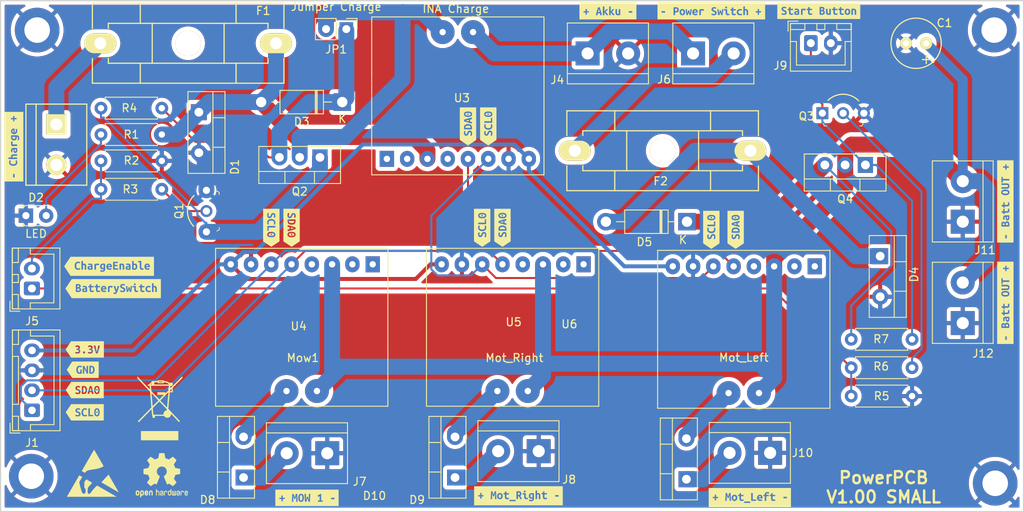
<source format=kicad_pcb>
(kicad_pcb (version 20211014) (generator pcbnew)
  (layers (0 "F.Cu" signal) (31 "B.Cu" signal) (34 "B.Paste" user) (35 "F.Paste" user) (36 "B.SilkS" user "B.Silkscreen") (37 "F.SilkS" user "F.Silkscreen") (38 "B.Mask" user) (39 "F.Mask" user) (44 "Edge.Cuts" user))
  (net 0 "")
  (net 1 "GND")
  (net 2 "pinChargeEnable")
  (net 3 "pinBatterySwitch")
  (net 4 "Net-(Q1-Pad1)")
  (net 5 "Net-(Q1-Pad2)")
  (net 6 "Net-(Q3-Pad2)")
  (net 7 "+3V3")
  (net 8 "V_Bat")
  (net 9 "SDA0")
  (net 10 "SCL0")
  (net 11 "Net-(J6-Pad2)")
  (net 24 "Net-(BT1-Pad1)")
  (net 25 "Net-(D2-Pad2)")
  (net 26 "Net-(J9-Pad1)")
  (net 27 "Net-(D4-Pad1)")
  (net 28 "V_CHARGE")
  (net 29 "Net-(D8-Pad1)")
  (net 30 "Net-(D3-Pad1)")
  (net 31 "Net-(D8-Pad2)")
  (net 32 "Net-(J4-Pad1)")
  (net 33 "Net-(D9-Pad1)")
  (net 34 "Net-(D9-Pad2)")
  (net 35 "Net-(D10-Pad1)")
  (net 36 "Net-(D10-Pad2)")
  (net 37 "Net-(JP1-Pad2)")
  (net 38 "Net-(D5-Pad1)")
  (footprint "Zimprich:Anschlussklemme_2P_RM5,08" (layer "F.Cu") (at 91.694 79.248 -90)
    (fp_text reference "BT1" hide)
    (fp_text value "Charge" hide)
    (pad "1" thru_hole rect locked (at -2.54 0 270) (size 2.54 2.54) (drill 1.524) (layers *.Cu *.Mask "F.SilkS") (net 24 "Net-(BT1-Pad1)"))
    (pad "2" thru_hole circle locked (at 2.54 0 270) (size 2.54 2.54) (drill 1.524) (layers *.Cu *.Mask "F.SilkS") (net 1 "GND"))
  )
  (footprint "Zimprich:Elko_vert_11.2x6.3mm_RM2.5" (layer "F.Cu") (at 200.66 66.548 180)
    (fp_text reference "C1" (at -2.286 2.54) (layer "F.SilkS"))
    (fp_text value "100uF")
    (fp_line (start 0 -2.03962) (end 0 -1.64084) (layer "F.Cu") (width 0.15))
    (fp_line (start 0 -2.03962) (end 0 -2.54) (layer "F.Cu") (width 0.15))
    (fp_line (start 0 -2.03962) (end 0.50038 -2.03962) (layer "F.Cu") (width 0.15))
    (fp_line (start 0 -1.64084) (end 0 -1.53924) (layer "F.Cu") (width 0.15))
    (fp_line (start -0.50038 -2.03962) (end 0 -2.03962) (layer "F.Cu") (width 0.15))
    (pad "1" thru_hole circle (at 0 0 180) (size 1.50114 1.50114) (drill 0.8001) (layers *.Cu *.Mask "F.SilkS") (net 8 "V_Bat"))
    (pad "2" thru_hole circle (at 2.54 0 180) (size 1.50114 1.50114) (drill 0.8001) (layers *.Cu *.Mask "F.SilkS") (net 1 "GND"))
  )
  (footprint "Package_TO_SOT_THT:TO-220-2_Vertical" (layer "F.Cu") (at 109.545 75.184 -90)
    (fp_text reference "D1" (at 6.858 -4.501 -270) (layer "F.SilkS"))
    (fp_text value "MBR1045")
    (pad "1" thru_hole rect locked (at 0 0 270) (size 2 2) (drill 1.1) (layers *.Cu *.Mask) (net 28 "V_CHARGE"))
    (pad "2" thru_hole oval locked (at 5.08 0 270) (size 2 2) (drill 1.1) (layers *.Cu *.Mask) (net 1 "GND"))
  )
  (footprint "Zimprich:Fuseholder_Reichelt_PL112000" (layer "F.Cu") (at 108.204 66.548)
    (fp_text reference "F1" (at 9.398 -4.064) (layer "F.SilkS"))
    (fp_text value "5A" hide)
    (pad "1" thru_hole oval (at -11.00074 0 270) (size 2.49936 4.0005) (drill 1.50114) (layers *.Cu *.Mask "F.SilkS") (net 24 "Net-(BT1-Pad1)"))
    (pad "2" thru_hole oval (at 11.00074 0 270) (size 2.49936 4.0005) (drill 1.50114) (layers *.Cu *.Mask "F.SilkS") (net 28 "V_CHARGE"))
    (pad "~" thru_hole circle (at 0 0) (size 3.2 3.2) (drill 3.2) (layers *.Cu *.Mask "F.SilkS"))
  )
  (footprint "Zimprich:Fuseholder_Reichelt_PL112000" (layer "F.Cu") (at 167.64 80.01)
    (fp_text reference "F2" (at -0.254 3.81) (layer "F.SilkS"))
    (fp_text value "10A" hide)
    (pad "1" thru_hole oval (at -11.00074 0 270) (size 2.49936 4.0005) (drill 1.50114) (layers *.Cu *.Mask "F.SilkS") (net 11 "Net-(J6-Pad2)"))
    (pad "2" thru_hole oval (at 11.00074 0 270) (size 2.49936 4.0005) (drill 1.50114) (layers *.Cu *.Mask "F.SilkS") (net 27 "Net-(D4-Pad1)"))
    (pad "~" thru_hole circle (at 0 0) (size 3.2 3.2) (drill 3.2) (layers *.Cu *.Mask "F.SilkS"))
  )
  (footprint "digikey-footprints:TO-92-3_Formed_Leads" (layer "F.Cu") (at 110.49 90.17 90)
    (fp_text reference "Q1" (at 2.6 -3.423 90) (layer "F.SilkS"))
    (fp_text value "BC547C")
    (pad "1" thru_hole rect (at 0 0 270) (size 1.5 1.5) (drill 0.9) (layers *.Cu *.Mask) (net 4 "Net-(Q1-Pad1)"))
    (pad "2" thru_hole circle (at 2.6 0 270) (size 1.5 1.5) (drill 0.9) (layers *.Cu *.Mask) (net 5 "Net-(Q1-Pad2)"))
    (pad "3" thru_hole circle (at 5.2 0 270) (size 1.5 1.5) (drill 0.9) (layers *.Cu *.Mask) (net 1 "GND"))
  )
  (footprint "digikey-footprints:TO-92-3_Formed_Leads" (layer "F.Cu") (at 187.646 75.305)
    (fp_text reference "Q3" (at -1.972 0.387) (layer "F.SilkS"))
    (fp_text value "BC547C")
    (pad "1" thru_hole rect (at 0 0 180) (size 1.5 1.5) (drill 0.9) (layers *.Cu *.Mask) (net 26 "Net-(J9-Pad1)"))
    (pad "2" thru_hole circle (at 2.6 0 180) (size 1.5 1.5) (drill 0.9) (layers *.Cu *.Mask) (net 6 "Net-(Q3-Pad2)"))
    (pad "3" thru_hole circle (at 5.2 0 180) (size 1.5 1.5) (drill 0.9) (layers *.Cu *.Mask) (net 1 "GND"))
  )
  (footprint "Resistor_THT:R_Axial_DIN0207_L6.3mm_D2.5mm_P7.62mm_Horizontal" (layer "F.Cu") (at 104.902 84.836 180)
    (fp_text reference "R3" (at 3.937 0) (layer "F.SilkS"))
    (fp_text value "4k7")
    (pad "1" thru_hole circle locked (at 0 0 180) (size 1.6 1.6) (drill 0.8) (layers *.Cu *.Mask) (net 5 "Net-(Q1-Pad2)"))
    (pad "2" thru_hole oval locked (at 7.62 0 180) (size 1.6 1.6) (drill 0.8) (layers *.Cu *.Mask) (net 2 "pinChargeEnable"))
  )
  (footprint "Resistor_THT:R_Axial_DIN0207_L6.3mm_D2.5mm_P7.62mm_Horizontal" (layer "F.Cu") (at 104.902 74.676 180)
    (fp_text reference "R4" (at 4.064 0) (layer "F.SilkS"))
    (fp_text value "4k7")
    (pad "1" thru_hole circle locked (at 0 0 180) (size 1.6 1.6) (drill 0.8) (layers *.Cu *.Mask) (net 30 "Net-(D3-Pad1)"))
    (pad "2" thru_hole oval locked (at 7.62 0 180) (size 1.6 1.6) (drill 0.8) (layers *.Cu *.Mask) (net 4 "Net-(Q1-Pad1)"))
  )
  (footprint "Resistor_THT:R_Axial_DIN0207_L6.3mm_D2.5mm_P7.62mm_Horizontal" (layer "F.Cu") (at 191.262 110.744)
    (fp_text reference "R5" (at 3.81 0) (layer "F.SilkS"))
    (fp_text value "4k7")
    (pad "1" thru_hole circle locked (at 0 0) (size 1.6 1.6) (drill 0.8) (layers *.Cu *.Mask) (net 3 "pinBatterySwitch"))
    (pad "2" thru_hole oval locked (at 7.62 0) (size 1.6 1.6) (drill 0.8) (layers *.Cu *.Mask) (net 1 "GND"))
  )
  (footprint "Resistor_THT:R_Axial_DIN0207_L6.3mm_D2.5mm_P7.62mm_Horizontal" (layer "F.Cu") (at 191.262 107.188)
    (fp_text reference "R6" (at 3.75 -0.16) (layer "F.SilkS"))
    (fp_text value "4k7" hide)
    (pad "1" thru_hole circle locked (at 0 0) (size 1.6 1.6) (drill 0.8) (layers *.Cu *.Mask) (net 3 "pinBatterySwitch"))
    (pad "2" thru_hole oval locked (at 7.62 0) (size 1.6 1.6) (drill 0.8) (layers *.Cu *.Mask) (net 6 "Net-(Q3-Pad2)"))
  )
  (footprint "MountingHole:MountingHole_3.2mm_M3_DIN965_Pad_TopBottom" (layer "F.Cu") (at 89.289 64.897)
    (fp_text reference "H1" hide)
    (fp_text value "MountingHole_Pad" hide)
    (pad "1" connect circle locked (at 0 0) (size 5.6 5.6) (layers "B.Cu" "B.Mask") (net 1 "GND"))
    (pad "1" connect circle locked (at 0 0) (size 5.6 5.6) (layers "F.Cu" "F.Mask") (net 1 "GND"))
    (pad "1" thru_hole circle locked (at 0 0) (size 3.6 3.6) (drill 3.2) (layers *.Cu *.Mask) (net 1 "GND"))
  )
  (footprint "MountingHole:MountingHole_3.2mm_M3_DIN965_Pad_TopBottom" (layer "F.Cu") (at 209.169 64.897)
    (fp_text reference "H2" hide)
    (fp_text value "MountingHole_Pad" hide)
    (pad "1" connect circle locked (at 0 0) (size 5.6 5.6) (layers "B.Cu" "B.Mask") (net 1 "GND"))
    (pad "1" thru_hole circle locked (at 0 0) (size 3.6 3.6) (drill 3.2) (layers *.Cu *.Mask) (net 1 "GND"))
    (pad "1" connect circle locked (at 0 0) (size 5.6 5.6) (layers "F.Cu" "F.Mask") (net 1 "GND"))
  )
  (footprint "MountingHole:MountingHole_3.2mm_M3_DIN965_Pad_TopBottom" (layer "F.Cu") (at 209.296 121.666)
    (fp_text reference "H3" hide)
    (fp_text value "MountingHole_Pad" hide)
    (pad "1" thru_hole circle locked (at 0 0) (size 3.6 3.6) (drill 3.2) (layers *.Cu *.Mask) (net 1 "GND"))
    (pad "1" connect circle locked (at 0 0) (size 5.6 5.6) (layers "F.Cu" "F.Mask") (net 1 "GND"))
    (pad "1" connect circle locked (at 0 0) (size 5.6 5.6) (layers "B.Cu" "B.Mask") (net 1 "GND"))
  )
  (footprint "MountingHole:MountingHole_3.2mm_M3_DIN965_Pad_TopBottom" (layer "F.Cu") (at 88.55 120.78)
    (fp_text reference "H4" hide)
    (fp_text value "MountingHole_Pad" hide)
    (pad "1" connect circle locked (at 0 0) (size 5.6 5.6) (layers "F.Cu" "F.Mask") (net 1 "GND"))
    (pad "1" thru_hole circle locked (at 0 0) (size 3.6 3.6) (drill 3.2) (layers *.Cu *.Mask) (net 1 "GND"))
    (pad "1" connect circle locked (at 0 0) (size 5.6 5.6) (layers "B.Cu" "B.Mask") (net 1 "GND"))
  )
  (footprint "TerminalBlock:TerminalBlock_bornier-2_P5.08mm" (layer "F.Cu") (at 152.116 117.644 180)
    (fp_text reference "J8" (at -3.81 -3.556) (layer "F.SilkS"))
    (fp_text value "Mot_Right" (at 3.048 11.684) (layer "F.SilkS"))
    (pad "1" thru_hole rect locked (at 0 0 180) (size 3 3) (drill 1.52) (layers *.Cu *.Mask) (net 1 "GND"))
    (pad "2" thru_hole circle locked (at 5.08 0 180) (size 3 3) (drill 1.52) (layers *.Cu *.Mask) (net 33 "Net-(D9-Pad1)"))
  )
  (footprint "Package_TO_SOT_THT:TO-220-3_Vertical" (layer "F.Cu") (at 193.04 81.788 180)
    (fp_text reference "Q4" (at 2.54 -4.27) (layer "F.SilkS"))
    (fp_text value "IRF9540N")
    (pad "1" thru_hole rect locked (at 0 0 180) (size 1.905 2) (drill 1.1) (layers *.Cu *.Mask) (net 26 "Net-(J9-Pad1)"))
    (pad "2" thru_hole oval locked (at 2.54 0 180) (size 1.905 2) (drill 1.1) (layers *.Cu *.Mask) (net 8 "V_Bat"))
    (pad "3" thru_hole oval locked (at 5.08 0 180) (size 1.905 2) (drill 1.1) (layers *.Cu *.Mask) (net 38 "Net-(D5-Pad1)"))
  )
  (footprint "Package_TO_SOT_THT:TO-220-3_Vertical" (layer "F.Cu") (at 124.714 80.843 180)
    (fp_text reference "Q2" (at 2.54 -4.27) (layer "F.SilkS"))
    (fp_text value "IRF9540N")
    (pad "1" thru_hole rect locked (at 0 0 180) (size 1.905 2) (drill 1.1) (layers *.Cu *.Mask) (net 4 "Net-(Q1-Pad1)"))
    (pad "2" thru_hole oval locked (at 2.54 0 180) (size 1.905 2) (drill 1.1) (layers *.Cu *.Mask) (net 37 "Net-(JP1-Pad2)"))
    (pad "3" thru_hole oval locked (at 5.08 0 180) (size 1.905 2) (drill 1.1) (layers *.Cu *.Mask) (net 30 "Net-(D3-Pad1)"))
  )
  (footprint "TerminalBlock:TerminalBlock_bornier-2_P5.08mm" (layer "F.Cu") (at 158.242 67.818)
    (fp_text reference "J4" (at -3.796 3.318) (layer "F.SilkS"))
    (fp_text value "Battery")
    (pad "1" thru_hole rect locked (at 0 0) (size 3 3) (drill 1.52) (layers *.Cu *.Mask) (net 32 "Net-(J4-Pad1)"))
    (pad "2" thru_hole circle locked (at 5.08 0) (size 3 3) (drill 1.52) (layers *.Cu *.Mask) (net 1 "GND"))
  )
  (footprint "Connector_JST:JST_XH_B2B-XH-A_1x02_P2.50mm_Vertical" (layer "F.Cu") (at 88.629 97.262 90)
    (fp_text reference "J5" (at -4.084 0.017) (layer "F.SilkS"))
    (fp_text value "Main_PCB2")
    (pad "1" thru_hole roundrect locked (at 0 0 90) (size 1.7 2) (drill 1) (layers *.Cu *.Mask) (roundrect_rratio 0.1470588235) (net 3 "pinBatterySwitch"))
    (pad "2" thru_hole oval locked (at 2.5 0 90) (size 1.7 2) (drill 1) (layers *.Cu *.Mask) (net 2 "pinChargeEnable"))
  )
  (footprint "TerminalBlock:TerminalBlock_bornier-2_P5.08mm" (layer "F.Cu") (at 171.45 67.818)
    (fp_text reference "J6" (at -3.63 3.258) (layer "F.SilkS"))
    (fp_text value "Power Switch")
    (pad "1" thru_hole rect locked (at 0 0) (size 3 3) (drill 1.52) (layers *.Cu *.Mask) (net 32 "Net-(J4-Pad1)"))
    (pad "2" thru_hole circle locked (at 5.08 0) (size 3 3) (drill 1.52) (layers *.Cu *.Mask) (net 11 "Net-(J6-Pad2)"))
  )
  (footprint "TerminalBlock:TerminalBlock_bornier-2_P5.08mm" (layer "F.Cu") (at 125.626 117.898 180)
    (fp_text reference "J7" (at -4.064 -3.556) (layer "F.SilkS"))
    (fp_text value "Mow1" (at 3.048 11.938) (layer "F.SilkS"))
    (pad "1" thru_hole rect locked (at 0 0 180) (size 3 3) (drill 1.52) (layers *.Cu *.Mask) (net 1 "GND"))
    (pad "2" thru_hole circle locked (at 5.08 0 180) (size 3 3) (drill 1.52) (layers *.Cu *.Mask) (net 29 "Net-(D8-Pad1)"))
  )
  (footprint "Connector_JST:JST_XH_B2B-XH-A_1x02_P2.50mm_Vertical" (layer "F.Cu") (at 186.202 66.531)
    (fp_text reference "J9" (at -3.814 2.819) (layer "F.SilkS"))
    (fp_text value "Start")
    (pad "1" thru_hole roundrect locked (at 0 0) (size 1.7 2) (drill 1) (layers *.Cu *.Mask) (roundrect_rratio 0.1470588235) (net 26 "Net-(J9-Pad1)"))
    (pad "2" thru_hole oval locked (at 2.5 0) (size 1.7 2) (drill 1) (layers *.Cu *.Mask) (net 1 "GND"))
  )
  (footprint "TerminalBlock:TerminalBlock_bornier-2_P5.08mm" (layer "F.Cu") (at 181.102 117.856 180)
    (fp_text reference "J10" (at -4.064 0) (layer "F.SilkS"))
    (fp_text value "Mot_Left" (at 3.302 11.938) (layer "F.SilkS"))
    (pad "1" thru_hole rect locked (at 0 0 180) (size 3 3) (drill 1.52) (layers *.Cu *.Mask) (net 1 "GND"))
    (pad "2" thru_hole circle locked (at 5.08 0 180) (size 3 3) (drill 1.52) (layers *.Cu *.Mask) (net 35 "Net-(D10-Pad1)"))
  )
  (footprint "TerminalBlock:TerminalBlock_bornier-2_P5.08mm" (layer "F.Cu") (at 205.232 88.9 90)
    (fp_text reference "J11" (at -3.556 2.794) (layer "F.SilkS"))
    (fp_text value "DC/DC1")
    (pad "1" thru_hole rect locked (at 0 0 90) (size 3 3) (drill 1.52) (layers *.Cu *.Mask) (net 1 "GND"))
    (pad "2" thru_hole circle locked (at 5.08 0 90) (size 3 3) (drill 1.52) (layers *.Cu *.Mask) (net 8 "V_Bat"))
  )
  (footprint "TerminalBlock:TerminalBlock_bornier-2_P5.08mm" (layer "F.Cu") (at 205.232 101.6 90)
    (fp_text reference "J12" (at -3.81 2.54) (layer "F.SilkS"))
    (fp_text value "DC/DC2")
    (pad "1" thru_hole rect locked (at 0 0 90) (size 3 3) (drill 1.52) (layers *.Cu *.Mask) (net 1 "GND"))
    (pad "2" thru_hole circle locked (at 5.08 0 90) (size 3 3) (drill 1.52) (layers *.Cu *.Mask) (net 8 "V_Bat"))
  )
  (footprint "Current_sense:INA226" (layer "F.Cu") (at 141.986 73.406)
    (fp_text reference "U3" (at 0.508 0) (layer "F.SilkS"))
    (fp_text value "INA Charge" (at -0.254 -11.176) (layer "F.SilkS"))
    (pad "1" thru_hole rect locked (at -8.89 7.62) (size 1.8 2) (drill 0.8) (layers *.Cu *.Mask))
    (pad "2" thru_hole oval locked (at -6.35 7.62) (size 1.8 2) (drill 0.8) (layers *.Cu *.Mask))
    (pad "3" thru_hole oval locked (at -3.81 7.62) (size 1.8 2) (drill 0.8) (layers *.Cu *.Mask) (net 28 "V_CHARGE"))
    (pad "4" thru_hole oval locked (at -1.27 7.62) (size 1.8 2) (drill 0.8) (layers *.Cu *.Mask))
    (pad "5" thru_hole oval locked (at 1.27 7.62) (size 1.8 2) (drill 0.8) (layers *.Cu *.Mask) (net 9 "SDA0"))
    (pad "6" thru_hole oval locked (at 3.81 7.62) (size 1.8 2) (drill 0.8) (layers *.Cu *.Mask) (net 10 "SCL0"))
    (pad "7" thru_hole oval locked (at 6.35 7.62) (size 1.8 2) (drill 0.8) (layers *.Cu *.Mask) (net 1 "GND"))
    (pad "8" thru_hole oval locked (at 8.89 7.62) (size 1.8 2) (drill 0.8) (layers *.Cu *.Mask) (net 7 "+3V3"))
    (pad "9" thru_hole oval locked (at -1.905 -8.255) (size 3 3) (drill 0.8) (layers *.Cu *.Mask) (net 37 "Net-(JP1-Pad2)"))
    (pad "10" thru_hole oval locked (at 1.905 -8.255) (size 3 3) (drill 0.8) (layers *.Cu *.Mask) (net 32 "Net-(J4-Pad1)"))
  )
  (footprint "Current_sense:INA226" (layer "F.Cu") (at 122.428 101.854 180)
    (fp_text reference "U4" (at 0.381 -0.127 180) (layer "F.SilkS"))
    (fp_text value "INA226")
    (pad "1" thru_hole rect locked (at -8.89 7.62 180) (size 1.8 2) (drill 0.8) (layers *.Cu *.Mask))
    (pad "2" thru_hole oval locked (at -6.35 7.62 180) (size 1.8 2) (drill 0.8) (layers *.Cu *.Mask))
    (pad "3" thru_hole oval locked (at -3.81 7.62 180) (size 1.8 2) (drill 0.8) (layers *.Cu *.Mask) (net 8 "V_Bat"))
    (pad "4" thru_hole oval locked (at -1.27 7.62 180) (size 1.8 2) (drill 0.8) (layers *.Cu *.Mask))
    (pad "5" thru_hole oval locked (at 1.27 7.62 180) (size 1.8 2) (drill 0.8) (layers *.Cu *.Mask) (net 9 "SDA0"))
    (pad "6" thru_hole oval locked (at 3.81 7.62 180) (size 1.8 2) (drill 0.8) (layers *.Cu *.Mask) (net 10 "SCL0"))
    (pad "7" thru_hole oval locked (at 6.35 7.62 180) (size 1.8 2) (drill 0.8) (layers *.Cu *.Mask) (net 1 "GND"))
    (pad "8" thru_hole oval locked (at 8.89 7.62 180) (size 1.8 2) (drill 0.8) (layers *.Cu *.Mask) (net 7 "+3V3"))
    (pad "9" thru_hole oval locked (at -1.905 -8.255 180) (size 3 3) (drill 0.8) (layers *.Cu *.Mask) (net 8 "V_Bat"))
    (pad "10" thru_hole oval locked (at 1.905 -8.255 180) (size 3 3) (drill 0.8) (layers *.Cu *.Mask) (net 31 "Net-(D8-Pad2)"))
  )
  (footprint "Current_sense:INA226" (layer "F.Cu") (at 148.844 101.854 180)
    (fp_text reference "U5" (at -0.127 0.381) (layer "F.SilkS"))
    (fp_text value "INA226")
    (pad "1" thru_hole rect locked (at -8.89 7.62 180) (size 1.8 2) (drill 0.8) (layers *.Cu *.Mask))
    (pad "2" thru_hole oval locked (at -6.35 7.62 180) (size 1.8 2) (drill 0.8) (layers *.Cu *.Mask))
    (pad "3" thru_hole oval locked (at -3.81 7.62 180) (size 1.8 2) (drill 0.8) (layers *.Cu *.Mask) (net 8 "V_Bat"))
    (pad "4" thru_hole oval locked (at -1.27 7.62 180) (size 1.8 2) (drill 0.8) (layers *.Cu *.Mask))
    (pad "5" thru_hole oval locked (at 1.27 7.62 180) (size 1.8 2) (drill 0.8) (layers *.Cu *.Mask) (net 9 "SDA0"))
    (pad "6" thru_hole oval locked (at 3.81 7.62 180) (size 1.8 2) (drill 0.8) (layers *.Cu *.Mask) (net 10 "SCL0"))
    (pad "7" thru_hole oval locked (at 6.35 7.62 180) (size 1.8 2) (drill 0.8) (layers *.Cu *.Mask) (net 1 "GND"))
    (pad "8" thru_hole oval locked (at 8.89 7.62 180) (size 1.8 2) (drill 0.8) (layers *.Cu *.Mask) (net 7 "+3V3"))
    (pad "9" thru_hole oval locked (at -1.905 -8.255 180) (size 3 3) (drill 0.8) (layers *.Cu *.Mask) (net 8 "V_Bat"))
    (pad "10" thru_hole oval locked (at 1.905 -8.255 180) (size 3 3) (drill 0.8) (layers *.Cu *.Mask) (net 34 "Net-(D9-Pad2)"))
  )
  (footprint "Current_sense:INA226" (layer "F.Cu") (at 177.8 102.108 180)
    (fp_text reference "U6" (at 21.844 0.381) (layer "F.SilkS"))
    (fp_text value "INA226")
    (pad "1" thru_hole rect locked (at -8.89 7.62 180) (size 1.8 2) (drill 0.8) (layers *.Cu *.Mask))
    (pad "2" thru_hole oval locked (at -6.35 7.62 180) (size 1.8 2) (drill 0.8) (layers *.Cu *.Mask))
    (pad "3" thru_hole oval locked (at -3.81 7.62 180) (size 1.8 2) (drill 0.8) (layers *.Cu *.Mask) (net 8 "V_Bat"))
    (pad "4" thru_hole oval locked (at -1.27 7.62 180) (size 1.8 2) (drill 0.8) (layers *.Cu *.Mask))
    (pad "5" thru_hole oval locked (at 1.27 7.62 180) (size 1.8 2) (drill 0.8) (layers *.Cu *.Mask) (net 9 "SDA0"))
    (pad "6" thru_hole oval locked (at 3.81 7.62 180) (size 1.8 2) (drill 0.8) (layers *.Cu *.Mask) (net 10 "SCL0"))
    (pad "7" thru_hole oval locked (at 6.35 7.62 180) (size 1.8 2) (drill 0.8) (layers *.Cu *.Mask) (net 1 "GND"))
    (pad "8" thru_hole oval locked (at 8.89 7.62 180) (size 1.8 2) (drill 0.8) (layers *.Cu *.Mask) (net 7 "+3V3"))
    (pad "9" thru_hole oval locked (at -1.905 -8.255 180) (size 3 3) (drill 0.8) (layers *.Cu *.Mask) (net 8 "V_Bat"))
    (pad "10" thru_hole oval locked (at 1.905 -8.255 180) (size 3 3) (drill 0.8) (layers *.Cu *.Mask) (net 36 "Net-(D10-Pad2)"))
  )
  (footprint "Symbol:OSHW-Logo2_7.3x6mm_SilkScreen" (layer "F.Cu") (at 104.902 120.65)
    (fp_text reference "REF**" hide)
    (fp_text value "OSHW-Logo2_7.3x6mm_SilkScreen" hide)
  )
  (footprint "kibuzzard-630F6938" (layer "F.Cu") (at 95.25 104.902)
    (fp_text reference "kibuzzard-630F6938" hide)
    (fp_text value "G***" hide)
  )
  (footprint "Resistor_THT:R_Axial_DIN0207_L6.3mm_D2.5mm_P7.62mm_Horizontal" (layer "F.Cu") (at 191.262 103.632)
    (fp_text reference "R7" (at 3.74 -0.03) (layer "F.SilkS"))
    (fp_text value "4k7" hide)
    (pad "1" thru_hole circle locked (at 0 0) (size 1.6 1.6) (drill 0.8) (layers *.Cu *.Mask) (net 38 "Net-(D5-Pad1)"))
    (pad "2" thru_hole oval locked (at 7.62 0) (size 1.6 1.6) (drill 0.8) (layers *.Cu *.Mask) (net 26 "Net-(J9-Pad1)"))
  )
  (footprint "kibuzzard-630FA573" (layer "F.Cu") (at 147.574 89.662 90)
    (fp_text reference "kibuzzard-630FA573" hide)
    (fp_text value "G***" hide)
  )
  (footprint "Connector_JST:JST_XH_B4B-XH-A_1x04_P2.50mm_Vertical" (layer "F.Cu") (at 88.646 112.522 90)
    (fp_text reference "J1" (at -4.064 0) (layer "F.SilkS"))
    (fp_text value "MainPCB")
    (pad "1" thru_hole roundrect locked (at 0 0 90) (size 1.7 1.95) (drill 0.95) (layers *.Cu *.Mask) (roundrect_rratio 0.1470588235) (net 10 "SCL0"))
    (pad "2" thru_hole oval locked (at 2.5 0 90) (size 1.7 1.95) (drill 0.95) (layers *.Cu *.Mask) (net 9 "SDA0"))
    (pad "3" thru_hole oval locked (at 5 0 90) (size 1.7 1.95) (drill 0.95) (layers *.Cu *.Mask) (net 1 "GND"))
    (pad "4" thru_hole oval locked (at 7.5 0 90) (size 1.7 1.95) (drill 0.95) (layers *.Cu *.Mask) (net 7 "+3V3"))
  )
  (footprint "kibuzzard-630F6257" (layer "F.Cu") (at 123.086 123.486)
    (fp_text reference "kibuzzard-630F6257" hide)
    (fp_text value "G***" hide)
  )
  (footprint "Resistor_THT:R_Axial_DIN0207_L6.3mm_D2.5mm_P7.62mm_Horizontal" (layer "F.Cu") (at 104.902 77.978 180)
    (fp_text reference "R1" (at 3.81 0) (layer "F.SilkS"))
    (fp_text value "4.7kO" hide)
    (pad "1" thru_hole circle locked (at 0 0 180) (size 1.6 1.6) (drill 0.8) (layers *.Cu *.Mask) (net 28 "V_CHARGE"))
    (pad "2" thru_hole oval locked (at 7.62 0 180) (size 1.6 1.6) (drill 0.8) (layers *.Cu *.Mask) (net 25 "Net-(D2-Pad2)"))
  )
  (footprint "kibuzzard-630F70A7" (layer "F.Cu") (at 173.736 62.484)
    (fp_text reference "kibuzzard-630F70A7" hide)
    (fp_text value "G***" hide)
  )
  (footprint "kibuzzard-62B75E62" (layer "F.Cu") (at 178.562 123.444)
    (fp_text reference "kibuzzard-62B75E62" hide)
    (fp_text value "G***" hide)
  )
  (footprint "kibuzzard-630F6901" (layer "F.Cu") (at 95.25 109.982)
    (fp_text reference "kibuzzard-630F6901" hide)
    (fp_text value "G***" hide)
  )
  (footprint "kibuzzard-630F7110" (layer "F.Cu") (at 160.782 62.484)
    (fp_text reference "kibuzzard-630F7110" hide)
    (fp_text value "G***" hide)
  )
  (footprint "kibuzzard-630FA420" (layer "F.Cu") (at 98.298 94.488)
    (fp_text reference "kibuzzard-630FA420" hide)
    (fp_text value "G***" hide)
  )
  (footprint "Connector_PinHeader_2.54mm:PinHeader_1x02_P2.54mm_Vertical" (layer "F.Cu") (at 128.016 64.77 -90)
    (fp_text reference "JP1" (at 2.54 1.275) (layer "F.SilkS"))
    (fp_text value "Jumper Charge" (at -2.794 1.27) (layer "F.SilkS"))
    (pad "1" thru_hole rect locked (at 0 0 270) (size 1.7 1.7) (drill 1) (layers *.Cu *.Mask) (net 30 "Net-(D3-Pad1)"))
    (pad "2" thru_hole oval locked (at 0 2.54 270) (size 1.7 1.7) (drill 1) (layers *.Cu *.Mask) (net 37 "Net-(JP1-Pad2)"))
  )
  (footprint "Package_TO_SOT_THT:TO-220-2_Vertical" (layer "F.Cu") (at 170.617 121.158 90)
    (fp_text reference "D10" (at -2.074 -39.075) (layer "F.SilkS"))
    (fp_text value "MBR1045")
    (pad "1" thru_hole rect locked (at 0 0 90) (size 2 2) (drill 1.1) (layers *.Cu *.Mask) (net 35 "Net-(D10-Pad1)"))
    (pad "2" thru_hole oval locked (at 5.08 0 90) (size 2 2) (drill 1.1) (layers *.Cu *.Mask) (net 36 "Net-(D10-Pad2)"))
  )
  (footprint "kibuzzard-65C5049A" (layer "F.Cu") (at 118.618 89.662 -90)
    (fp_text reference "kibuzzard-65C5049A" hide)
    (fp_text value "G***" hide)
  )
  (footprint "kibuzzard-630F6915" (layer "F.Cu") (at 94.996 107.442)
    (fp_text reference "kibuzzard-630F6915" hide)
    (fp_text value "G***" hide)
  )
  (footprint "kibuzzard-630F6FC9" (layer "F.Cu") (at 187.198 62.484)
    (fp_text reference "kibuzzard-630F6FC9" hide)
    (fp_text value "G***" hide)
  )
  (footprint "Package_TO_SOT_THT:TO-220-2_Vertical" (layer "F.Cu") (at 194.889 93.218 -90)
    (fp_text reference "D4" (at 2.286 -4.247 -270) (layer "F.SilkS"))
    (fp_text value "MBR1045")
    (pad "1" thru_hole rect locked (at 0 0 270) (size 2 2) (drill 1.1) (layers *.Cu *.Mask) (net 27 "Net-(D4-Pad1)"))
    (pad "2" thru_hole oval locked (at 5.08 0 270) (size 2 2) (drill 1.1) (layers *.Cu *.Mask) (net 1 "GND"))
  )
  (footprint "kibuzzard-630FA50E" (layer "F.Cu") (at 176.784 89.916 90)
    (fp_text reference "kibuzzard-630FA50E" hide)
    (fp_text value "G***" hide)
  )
  (footprint "kibuzzard-6311B784" (layer "F.Cu") (at 143.256 76.962 90)
    (fp_text reference "kibuzzard-6311B784" hide)
    (fp_text value "G***" hide)
  )
  (footprint "kibuzzard-630FA55C" (layer "F.Cu") (at 145.034 89.662 90)
    (fp_text reference "kibuzzard-630FA55C" hide)
    (fp_text value "G***" hide)
  )
  (footprint "LED_THT:LED_D1.8mm_W3.3mm_H2.4mm" (layer "F.Cu") (at 87.879 88.138)
    (fp_text reference "D2" (at 1.27 -2.26) (layer "F.SilkS"))
    (fp_text value "LED" (at 1.27 2.26) (layer "F.SilkS"))
    (pad "1" thru_hole rect locked (at 0 0) (size 1.8 1.8) (drill 0.9) (layers *.Cu *.Mask) (net 1 "GND"))
    (pad "2" thru_hole circle locked (at 2.54 0) (size 1.8 1.8) (drill 0.9) (layers *.Cu *.Mask) (net 25 "Net-(D2-Pad2)"))
  )
  (footprint "Package_TO_SOT_THT:TO-220-2_Vertical" (layer "F.Cu") (at 115.141 120.946 90)
    (fp_text reference "D8" (at -2.794 -4.501) (layer "F.SilkS"))
    (fp_text value "MBR1045")
    (pad "1" thru_hole rect locked (at 0 0 90) (size 2 2) (drill 1.1) (layers *.Cu *.Mask) (net 29 "Net-(D8-Pad1)"))
    (pad "2" thru_hole oval locked (at 5.08 0 90) (size 2 2) (drill 1.1) (layers *.Cu *.Mask) (net 31 "Net-(D8-Pad2)"))
  )
  (footprint "kibuzzard-6311B799" (layer "F.Cu") (at 145.796 76.962 90)
    (fp_text reference "kibuzzard-6311B799" hide)
    (fp_text value "G***" hide)
  )
  (footprint "Symbol:ESD-Logo_6.6x6mm_SilkScreen" (layer "F.Cu") (at 96.266 120.396)
    (fp_text reference "REF**" hide)
    (fp_text value "ESD-Logo_6.6x6mm_SilkScreen" hide)
  )
  (footprint "kibuzzard-630FA52F" (layer "F.Cu") (at 173.736 89.916 90)
    (fp_text reference "kibuzzard-630FA52F" hide)
    (fp_text value "G***" hide)
  )
  (footprint "Symbol:WEEE-Logo_5.6x8mm_SilkScreen" (layer "F.Cu") (at 104.648 112.268)
    (fp_text reference "REF**" hide)
    (fp_text value "WEEE-Logo_5.6x8mm_SilkScreen" hide)
  )
  (footprint "kibuzzard-630F68E0" (layer "F.Cu") (at 95.25 112.776)
    (fp_text reference "kibuzzard-630F68E0" hide)
    (fp_text value "G***" hide)
  )
  (footprint "Resistor_THT:R_Axial_DIN0207_L6.3mm_D2.5mm_P7.62mm_Horizontal" (layer "F.Cu") (at 97.282 81.28)
    (fp_text reference "R2" (at 3.82 -0.05) (layer "F.SilkS"))
    (fp_text value "4k7" hide)
    (pad "1" thru_hole circle locked (at 0 0) (size 1.6 1.6) (drill 0.8) (layers *.Cu *.Mask) (net 2 "pinChargeEnable"))
    (pad "2" thru_hole oval locked (at 7.62 0) (size 1.6 1.6) (drill 0.8) (layers *.Cu *.Mask) (net 1 "GND"))
  )
  (footprint "kibuzzard-65C504B9" (layer "F.Cu") (at 121.158 89.662 -90)
    (fp_text reference "kibuzzard-65C504B9" hide)
    (fp_text value "G***" hide)
  )
  (footprint "kibuzzard-630F6B1E" (layer "F.Cu") (at 210.566 99.06 90)
    (fp_text reference "kibuzzard-630F6B1E" hide)
    (fp_text value "G***" hide)
  )
  (footprint "kibuzzard-62B75EB1" (layer "F.Cu") (at 149.576 123.232)
    (fp_text reference "kibuzzard-62B75EB1" hide)
    (fp_text value "G***" hide)
  )
  (footprint "kibuzzard-630FA3ED" (layer "F.Cu") (at 98.806 97.282)
    (fp_text reference "kibuzzard-630FA3ED" hide)
    (fp_text value "G***" hide)
  )
  (footprint "kibuzzard-630F714A" (layer "F.Cu") (at 86.36 79.502 90)
    (fp_text reference "kibuzzard-630F714A" hide)
    (fp_text value "G***" hide)
  )
  (footprint "kibuzzard-630F6B3C" (layer "F.Cu") (at 210.566 86.36 90)
    (fp_text reference "kibuzzard-630F6B3C" hide)
    (fp_text value "G***" hide)
  )
  (footprint "Diode_THT:D_DO-41_SOD81_P10.16mm_Horizontal" (layer "F.Cu") (at 170.688 88.9 180)
    (fp_text reference "D5" (at 5.334 -2.54) (layer "F.SilkS"))
    (fp_text value "SB1240")
    (fp_text user "K" (at 0.508 -2.286) (layer "F.SilkS"))
    (pad "1" thru_hole rect (at 0 0 180) (size 2.2 2.2) (drill 1.3) (layers *.Cu *.Mask) (net 38 "Net-(D5-Pad1)"))
    (pad "2" thru_hole oval (at 10.16 0 180) (size 2.2 2.2) (drill 1.3) (layers *.Cu *.Mask) (net 27 "Net-(D4-Pad1)"))
  )
  (footprint "Diode_THT:D_DO-41_SOD81_P10.16mm_Horizontal" (layer "F.Cu") (at 127.508 73.914 180)
    (fp_text reference "D3" (at 5.08 -2.47) (layer "F.SilkS"))
    (fp_text value "SB1240")
    (fp_text user "K" (at 0 -2.1) (layer "F.SilkS"))
    (pad "1" thru_hole rect (at 0 0 180) (size 2.2 2.2) (drill 1.3) (layers *.Cu *.Mask) (net 30 "Net-(D3-Pad1)"))
    (pad "2" thru_hole oval (at 10.16 0 180) (size 2.2 2.2) (drill 1.3) (layers *.Cu *.Mask) (net 28 "V_CHARGE"))
  )
  (footprint "Package_TO_SOT_THT:TO-220-2_Vertical" (layer "F.Cu") (at 141.631 120.946 90)
    (fp_text reference "D9" (at -2.794 -4.755) (layer "F.SilkS"))
    (fp_text value "MBR1045")
    (pad "1" thru_hole rect locked (at 0 0 90) (size 2 2) (drill 1.1) (layers *.Cu *.Mask) (net 33 "Net-(D9-Pad1)"))
    (pad "2" thru_hole oval locked (at 5.08 0 90) (size 2 2) (drill 1.1) (layers *.Cu *.Mask) (net 34 "Net-(D9-Pad2)"))
  )
  (gr_line (start 84.709 125.217) (end 212.852 125.217) (layer "Edge.Cuts") (width 0.15))
  (gr_line (start 212.852 125.217) (end 212.852 61.217) (layer "Edge.Cuts") (width 0.15))
  (gr_line (start 84.709 61.217) (end 84.709 125.217) (layer "Edge.Cuts") (width 0.15))
  (gr_line (start 212.852 61.217) (end 84.709 61.217) (layer "Edge.Cuts") (width 0.15))
  (gr_text "PowerPCB\nV1.00 SMALL\n" (at 195.326 122.174) (layer "F.SilkS") (effects (font (size 1.5 1.5) (thickness 0.3))))
  (segment (start 110.49 81.209) (end 109.545 80.264) (width 2) (layer "B.Cu") (net 1))
  (segment (start 110.49 84.97) (end 110.49 81.209) (width 2) (layer "B.Cu") (net 1))
  (segment (start 88.629 93.5307) (end 96.1424 86.0173) (width 0.254) (layer "B.Cu") (net 2))
  (segment (start 88.629 94.762) (end 88.629 93.5307) (width 0.254) (layer "B.Cu") (net 2))
  (segment (start 97.282 81.28) (end 97.282 84.836) (width 0.254) (layer "B.Cu") (net 2))
  (segment (start 96.1424 86.0173) (end 97.282 86.0173) (width 0.254) (layer "B.Cu") (net 2))
  (segment (start 97.282 84.836) (end 97.282 86.0173) (width 0.254) (layer "B.Cu") (net 2))
  (segment (start 181.336 97.262) (end 191.262 107.188) (width 0.254) (layer "F.Cu") (net 3))
  (segment (start 88.629 97.262) (end 181.336 97.262) (width 0.254) (layer "F.Cu") (net 3))
  (segment (start 191.262 107.188) (end 191.262 110.744) (width 0.254) (layer "B.Cu") (net 3))
  (segment (start 124.714 80.843) (end 124.714 82.4525) (width 2) (layer "B.Cu") (net 4))
  (segment (start 97.282 74.676) (end 97.282 75.8573) (width 0.254) (layer "B.Cu") (net 4))
  (segment (start 109.3587 87.5669) (end 97.6491 75.8573) (width 0.254) (layer "B.Cu") (net 4))
  (segment (start 124.714 82.4525) (end 116.996 90.17) (width 2) (layer "B.Cu") (net 4))
  (segment (start 116.996 90.17) (end 110.49 90.17) (width 2) (layer "B.Cu") (net 4))
  (segment (start 109.3587 88.0489) (end 109.3587 87.5669) (width 0.254) (layer "B.Cu") (net 4))
  (segment (start 110.49 90.17) (end 110.49 89.0387) (width 0.254) (layer "B.Cu") (net 4))
  (segment (start 97.6491 75.8573) (end 97.282 75.8573) (width 0.254) (layer "B.Cu") (net 4))
  (segment (start 110.49 89.0387) (end 110.3485 89.0387) (width 0.254) (layer "B.Cu") (net 4))
  (segment (start 110.3485 89.0387) (end 109.3587 88.0489) (width 0.254) (layer "B.Cu") (net 4))
  (segment (start 107.636 87.57) (end 110.49 87.57) (width 0.254) (layer "F.Cu") (net 5))
  (segment (start 104.902 84.836) (end 107.636 87.57) (width 0.254) (layer "F.Cu") (net 5))
  (segment (start 200.0634 85.1224) (end 190.246 75.305) (width 0.254) (layer "B.Cu") (net 6))
  (segment (start 200.0634 104.8253) (end 200.0634 85.1224) (width 0.254) (layer "B.Cu") (net 6))
  (segment (start 198.882 106.0067) (end 200.0634 104.8253) (width 0.254) (layer "B.Cu") (net 6))
  (segment (start 198.882 107.188) (end 198.882 106.0067) (width 0.254) (layer "B.Cu") (net 6))
  (segment (start 115.3777 96.0737) (end 113.538 94.234) (width 0.5) (layer "F.Cu") (net 7))
  (segment (start 136.71 96.0737) (end 115.3777 96.0737) (width 0.5) (layer "F.Cu") (net 7))
  (segment (start 139.954 94.234) (end 138.5497 94.234) (width 0.5) (layer "F.Cu") (net 7))
  (segment (start 138.5497 94.234) (end 136.71 96.0737) (width 0.5) (layer "F.Cu") (net 7))
  (segment (start 115.062 92.71) (end 113.538 94.234) (width 0.5) (layer "B.Cu") (net 7))
  (segment (start 150.876 81.026) (end 150.876 82.5303) (width 0.5) (layer "B.Cu") (net 7))
  (segment (start 149.07648 79.22648) (end 130.066348 79.22648) (width 0.5) (layer "B.Cu") (net 7))
  (segment (start 101.3457 105.022) (end 112.1337 94.234) (width 0.5) (layer "B.Cu") (net 7))
  (segment (start 150.876 81.026) (end 149.07648 79.22648) (width 0.5) (layer "B.Cu") (net 7))
  (segment (start 116.582828 92.71) (end 115.062 92.71) (width 0.5) (layer "B.Cu") (net 7))
  (segment (start 162.8337 94.488) (end 150.876 82.5303) (width 0.5) (layer "B.Cu") (net 7))
  (segment (start 113.538 94.234) (end 112.1337 94.234) (width 0.5) (layer "B.Cu") (net 7))
  (segment (start 130.066348 79.22648) (end 116.582828 92.71) (width 0.5) (layer "B.Cu") (net 7))
  (segment (start 168.91 94.488) (end 162.8337 94.488) (width 0.5) (layer "B.Cu") (net 7))
  (segment (start 88.646 105.022) (end 101.3457 105.022) (width 0.5) (layer "B.Cu") (net 7))
  (segment (start 200.406 79.4877) (end 200.156789 79.238489) (width 2) (layer "F.Cu") (net 8))
  (segment (start 200.156789 79.238489) (end 191.3095 79.238489) (width 2) (layer "F.Cu") (net 8))
  (segment (start 181.61 93.463856) (end 181.61 94.488) (width 2) (layer "F.Cu") (net 8))
  (segment (start 205.232 83.82) (end 200.8997 79.4877) (width 2) (layer "F.Cu") (net 8))
  (segment (start 200.8997 79.4877) (end 200.406 79.4877) (width 2) (layer "F.Cu") (net 8))
  (segment (start 191.3095 79.238489) (end 190.50952 80.038469) (width 2) (layer "F.Cu") (net 8))
  (segment (start 190.50952 84.564336) (end 181.61 93.463856) (width 2) (layer "F.Cu") (net 8))
  (segment (start 190.50952 80.038469) (end 190.50952 84.564336) (width 2) (layer "F.Cu") (net 8))
  (segment (start 150.749 110.109) (end 152.654 108.204) (width 2) (layer "B.Cu") (net 8))
  (segment (start 205.232 83.82) (end 207.35332 83.82) (width 2) (layer "B.Cu") (net 8))
  (segment (start 126.238 108.204) (end 127.383 107.059) (width 2) (layer "B.Cu") (net 8))
  (segment (start 126.238 108.204) (end 126.238 94.234) (width 2) (layer "B.Cu") (net 8))
  (segment (start 208.281511 93.470489) (end 205.232 96.52) (width 2) (layer "B.Cu") (net 8))
  (segment (start 207.35332 83.82) (end 208.281511 84.748191) (width 2) (layer "B.Cu") (net 8))
  (segment (start 152.654 106.68) (end 152.654 94.234) (width 2) (layer "B.Cu") (net 8))
  (segment (start 200.66 66.548) (end 205.232 71.12) (width 1.25) (layer "B.Cu") (net 8))
  (segment (start 181.61 108.458) (end 181.61 94.488) (width 2) (layer "B.Cu") (net 8))
  (segment (start 152.275 107.059) (end 152.654 106.68) (width 2) (layer "B.Cu") (net 8))
  (segment (start 179.705 110.363) (end 181.61 108.458) (width 2) (layer "B.Cu") (net 8))
  (segment (start 179.832 106.68) (end 181.61 108.458) (width 2) (layer "B.Cu") (net 8))
  (segment (start 127.383 107.059) (end 152.275 107.059) (width 2) (layer "B.Cu") (net 8))
  (segment (start 152.654 106.68) (end 179.832 106.68) (width 2) (layer "B.Cu") (net 8))
  (segment (start 205.232 71.12) (end 205.232 83.82) (width 1.25) (layer "B.Cu") (net 8))
  (segment (start 208.281511 84.748191) (end 208.281511 93.470489) (width 2) (layer "B.Cu") (net 8))
  (segment (start 124.333 110.109) (end 126.238 108.204) (width 2) (layer "B.Cu") (net 8))
  (segment (start 152.654 108.204) (end 152.654 106.68) (width 2) (layer "B.Cu") (net 8))
  (segment (start 142.3934 92.5566) (end 122.8354 92.5566) (width 0.254) (layer "F.Cu") (net 9))
  (segment (start 143.256 81.026) (end 143.256 91.694) (width 0.254) (layer "F.Cu") (net 9))
  (segment (start 122.8354 92.5566) (end 121.158 94.234) (width 0.254) (layer "F.Cu") (net 9))
  (segment (start 143.256 91.694) (end 142.3934 92.5566) (width 0.254) (layer "F.Cu") (net 9))
  (segment (start 176.53 94.488) (end 174.5986 92.5566) (width 0.254) (layer "F.Cu") (net 9))
  (segment (start 147.574 94.234) (end 145.8966 92.5566) (width 0.254) (layer "F.Cu") (net 9))
  (segment (start 174.5986 92.5566) (end 145.8966 92.5566) (width 0.254) (layer "F.Cu") (net 9))
  (segment (start 145.8966 92.5566) (end 142.3934 92.5566) (width 0.254) (layer "F.Cu") (net 9))
  (segment (start 88.646 110.022) (end 105.37 110.022) (width 0.254) (layer "B.Cu") (net 9))
  (segment (start 105.37 110.022) (end 121.158 94.234) (width 0.254) (layer "B.Cu") (net 9))
  (segment (start 145.034 94.234) (end 146.7556 95.9556) (width 0.254) (layer "F.Cu") (net 10))
  (segment (start 146.7556 95.9556) (end 172.5224 95.9556) (width 0.254) (layer "F.Cu") (net 10))
  (segment (start 172.5224 95.9556) (end 173.99 94.488) (width 0.254) (layer "F.Cu") (net 10))
  (segment (start 139.4247 95.6175) (end 138.6596 94.8524) (width 0.254) (layer "B.Cu") (net 10))
  (segment (start 138.6596 94.8524) (end 138.6596 92.536) (width 0.254) (layer "B.Cu") (net 10))
  (segment (start 87.2515 109.5237) (end 88.0032 108.772) (width 0.254) (layer "B.Cu") (net 10))
  (segment (start 88.646 112.522) (end 87.2515 111.1275) (width 0.254) (layer "B.Cu") (net 10))
  (segment (start 138.6596 92.536) (end 120.316 92.536) (width 0.254) (layer "B.Cu") (net 10))
  (segment (start 120.316 92.536) (end 118.618 94.234) (width 0.254) (layer "B.Cu") (net 10))
  (segment (start 138.6596 88.1624) (end 145.796 81.026) (width 0.254) (layer "B.Cu") (net 10))
  (segment (start 145.034 94.234) (end 143.6505 95.6175) (width 0.254) (layer "B.Cu") (net 10))
  (segment (start 88.0032 108.772) (end 104.08 108.772) (width 0.254) (layer "B.Cu") (net 10))
  (segment (start 87.2515 111.1275) (end 87.2515 109.5237) (width 0.254) (layer "B.Cu") (net 10))
  (segment (start 138.6596 92.536) (end 138.6596 88.1624) (width 0.254) (layer "B.Cu") (net 10))
  (segment (start 104.08 108.772) (end 118.618 94.234) (width 0.254) (layer "B.Cu") (net 10))
  (segment (start 143.6505 95.6175) (end 139.4247 95.6175) (width 0.254) (layer "B.Cu") (net 10))
  (segment (start 156.6393 80.01) (end 156.6392 80.0099) (width 0.254) (layer "B.Cu") (net 11))
  (segment (start 166.078 70.5715) (end 173.776 70.5715) (width 2) (layer "B.Cu") (net 11))
  (segment (start 173.776 70.5715) (end 176.53 67.818) (width 2) (layer "B.Cu") (net 11))
  (segment (start 156.6392 80.0099) (end 166.078 70.5715) (width 2) (layer "B.Cu") (net 11))
  (segment (start 91.694 72.0573) (end 97.2033 66.548) (width 2) (layer "B.Cu") (net 24))
  (segment (start 91.694 76.708) (end 91.694 72.0573) (width 2) (layer "B.Cu") (net 24))
  (segment (start 90.419 88.138) (end 90.419 86.0223) (width 0.254) (layer "B.Cu") (net 25))
  (segment (start 97.282 77.978) (end 97.282 79.1593) (width 0.254) (layer "B.Cu") (net 25))
  (segment (start 90.419 86.0223) (end 97.282 79.1593) (width 0.254) (layer "B.Cu") (net 25))
  (segment (start 186.202 72.7297) (end 186.202 66.531) (width 0.254) (layer "F.Cu") (net 26))
  (segment (start 187.646 74.1737) (end 186.202 72.7297) (width 0.254) (layer "F.Cu") (net 26))
  (segment (start 187.646 75.305) (end 187.646 74.1737) (width 0.254) (layer "F.Cu") (net 26))
  (segment (start 198.882 86.2962) (end 198.882 103.632) (width 0.254) (layer "B.Cu") (net 26))
  (segment (start 187.6883 76.4363) (end 193.04 81.788) (width 0.254) (layer "B.Cu") (net 26))
  (segment (start 193.04 81.788) (end 194.3738 81.788) (width 0.254) (layer "B.Cu") (net 26))
  (segment (start 187.646 76.4363) (end 187.6883 76.4363) (width 0.254) (layer "B.Cu") (net 26))
  (segment (start 194.3738 81.788) (end 198.882 86.2962) (width 0.254) (layer "B.Cu") (net 26))
  (segment (start 187.646 75.305) (end 187.646 76.4363) (width 0.254) (layer "B.Cu") (net 26))
  (segment (start 178.641 80.01) (end 178.6407 80.01) (width 2) (layer "B.Cu") (net 27))
  (segment (start 178.6407 80.01) (end 171.698 80.01) (width 2) (layer "B.Cu") (net 27))
  (segment (start 171.698 80.01) (end 162.808 88.9) (width 2) (layer "B.Cu") (net 27))
  (segment (start 194.889 93.218) (end 191.849 93.218) (width 2) (layer "B.Cu") (net 27))
  (segment (start 162.808 88.9) (end 160.528 88.9) (width 2) (layer "B.Cu") (net 27))
  (segment (start 191.849 93.218) (end 178.641 80.01) (width 2) (layer "B.Cu") (net 27))
  (segment (start 117.348 73.914) (end 121.72748 78.29348) (width 2) (layer "F.Cu") (net 28))
  (segment (start 138.176 80.001856) (end 138.176 81.026) (width 2) (layer "F.Cu") (net 28))
  (segment (start 121.72748 78.29348) (end 136.467624 78.29348) (width 2) (layer "F.Cu") (net 28))
  (segment (start 136.467624 78.29348) (end 138.176 80.001856) (width 2) (layer "F.Cu") (net 28))
  (segment (start 117.348 73.914) (end 110.815 73.914) (width 2) (layer "B.Cu") (net 28))
  (segment (start 110.815 73.914) (end 109.545 75.184) (width 2) (layer "B.Cu") (net 28))
  (segment (start 119.205 72.0573) (end 117.348 73.914) (width 2) (layer "B.Cu") (net 28))
  (segment (start 106.751 77.978) (end 104.902 77.978) (width 2) (layer "B.Cu") (net 28))
  (segment (start 119.205 66.548) (end 119.205 69.3026) (width 2) (layer "B.Cu") (net 28))
  (segment (start 109.545 75.184) (end 106.751 77.978) (width 2) (layer "B.Cu") (net 28))
  (segment (start 119.205 69.3026) (end 119.2047 69.3023) (width 1.5) (layer "B.Cu") (net 28))
  (segment (start 119.2047 69.3023) (end 119.2047 66.548) (width 1.5) (layer "B.Cu") (net 28))
  (segment (start 119.205 69.3026) (end 119.205 72.0573) (width 2) (layer "B.Cu") (net 28))
  (segment (start 115.141 120.946) (end 117.498 120.946) (width 2) (layer "B.Cu") (net 29))
  (segment (start 117.498 120.946) (end 120.546 117.898) (width 2) (layer "B.Cu") (net 29))
  (segment (start 119.634 80.843) (end 118.3002 80.843) (width 0.254) (layer "F.Cu") (net 30))
  (segment (start 116.3398 78.8826) (end 109.1086 78.8826) (width 0.254) (layer "F.Cu") (net 30))
  (segment (start 109.1086 78.8826) (end 104.902 74.676) (width 0.254) (layer "F.Cu") (net 30))
  (segment (start 118.3002 80.843) (end 116.3398 78.8826) (width 0.254) (layer "F.Cu") (net 30))
  (segment (start 128.016 64.92) (end 128.016 64.77) (width 0.254) (layer "B.Cu") (net 30))
  (segment (start 127.508 73.914) (end 128.016 73.406) (width 2) (layer "B.Cu") (net 30))
  (segment (start 119.634 77.684542) (end 123.404542 73.914) (width 2) (layer "B.Cu") (net 30))
  (segment (start 128.016 73.406) (end 128.016 64.92) (width 2) (layer "B.Cu") (net 30))
  (segment (start 119.634 80.843) (end 119.634 77.684542) (width 2) (layer "B.Cu") (net 30))
  (segment (start 123.404542 73.914) (end 127.508 73.914) (width 2) (layer "B.Cu") (net 30))
  (segment (start 115.141 115.491) (end 120.523 110.109) (width 2) (layer "B.Cu") (net 31))
  (segment (start 115.141 115.866) (end 115.141 115.491) (width 2) (layer "B.Cu") (net 31))
  (segment (start 158.242 67.818) (end 160.995511 65.064489) (width 2) (layer "B.Cu") (net 32))
  (segment (start 160.995511 65.064489) (end 168.696489 65.064489) (width 2) (layer "B.Cu") (net 32))
  (segment (start 146.558 67.818) (end 143.891 65.151) (width 2) (layer "B.Cu") (net 32))
  (segment (start 168.696489 65.064489) (end 171.45 67.818) (width 2) (layer "B.Cu") (net 32))
  (segment (start 158.242 67.818) (end 146.558 67.818) (width 2) (layer "B.Cu") (net 32))
  (segment (start 141.631 120.946) (end 143.734 120.946) (width 2) (layer "B.Cu") (net 33))
  (segment (start 143.734 120.946) (end 147.036 117.644) (width 2) (layer "B.Cu") (net 33))
  (segment (start 141.631 115.417) (end 146.939 110.109) (width 2) (layer "B.Cu") (net 34))
  (segment (start 141.631 115.866) (end 141.631 115.417) (width 2) (layer "B.Cu") (net 34))
  (segment (start 172.72 121.158) (end 176.022 117.856) (width 2) (layer "B.Cu") (net 35))
  (segment (start 170.617 121.158) (end 172.72 121.158) (width 2) (layer "B.Cu") (net 35))
  (segment (start 170.617 115.641) (end 175.895 110.363) (width 2) (layer "B.Cu") (net 36))
  (segment (start 170.617 116.078) (end 170.617 115.641) (width 2) (layer "B.Cu") (net 36))
  (segment (start 140.081 65.151) (end 137.596 62.6665) (width 2) (layer "B.Cu") (net 37))
  (segment (start 135.056 62.6665) (end 125.912 62.6665) (width 2) (layer "B.Cu") (net 37))
  (segment (start 125.476 63.103) (end 125.476 64.77) (width 2) (layer "B.Cu") (net 37))
  (segment (start 127.836 78.2935) (end 122.212 78.2935) (width 2) (layer "B.Cu") (net 37))
  (segment (start 122.212 78.2935) (end 122.174 78.3315) (width 2) (layer "B.Cu") (net 37))
  (segment (start 125.912 62.6665) (end 125.476 63.103) (width 2) (layer "B.Cu") (net 37))
  (segment (start 135.056 62.6665) (end 135.056 71.0725) (width 2) (layer "B.Cu") (net 37))
  (segment (start 122.174 78.3315) (end 122.174 80.843) (width 2) (layer "B.Cu") (net 37))
  (segment (start 135.056 71.0725) (end 127.836 78.2935) (width 2) (layer "B.Cu") (net 37))
  (segment (start 137.596 62.6665) (end 135.056 62.6665) (width 2) (layer "B.Cu") (net 37))
  (segment (start 170.688 88.9) (end 180.848 88.9) (width 2) (layer "F.Cu") (net 38))
  (segment (start 180.848 88.9) (end 187.96 81.788) (width 2) (layer "F.Cu") (net 38))
  (segment (start 191.262 99.4085) (end 191.262 103.632) (width 0.254) (layer "B.Cu") (net 38))
  (segment (start 187.96 81.788) (end 196.2704 90.0984) (width 0.254) (layer "B.Cu") (net 38))
  (segment (start 196.2704 94.4001) (end 191.262 99.4085) (width 0.254) (layer "B.Cu") (net 38))
  (segment (start 196.2704 90.0984) (end 196.2704 94.4001) (width 0.254) (layer "B.Cu") (net 38))
  (zone (net 1) (net_name "GND") (layer "F.Cu") (connect_pads (clearance 0.508)) (min_thickness 0.254) (fill yes (thermal_gap 0.508) (thermal_bridge_width 0.508))
    (polygon (pts (xy 212.598 124.968) (xy 84.836 124.968) (xy 84.836 61.468) (xy 212.598 61.468)))
  )
  (zone (net 1) (net_name "GND") (layer "B.Cu") (connect_pads (clearance 0.508)) (min_thickness 0.254) (fill yes (thermal_gap 0.508) (thermal_bridge_width 0.508))
    (polygon (pts (xy 212.598 124.714) (xy 85.09 124.714) (xy 85.09 61.468) (xy 212.598 61.468)))
  )
)
</source>
